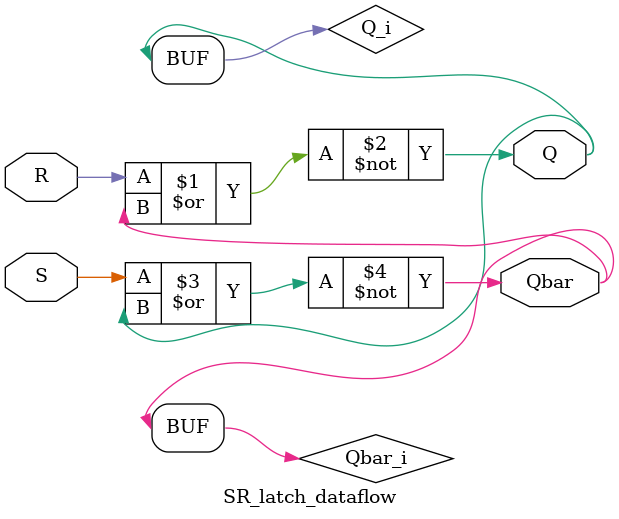
<source format=v>
`timescale 1ns / 1ps

module SR_latch_gate (input R, input S, output Q, output Qbar);
nor (Q, R, Qbar);
nor (Qbar, S, Q);
endmodule 

module SR_latch_dataflow(
    input R,
    input S,
    output Q,
    output Qbar
    );
     
    assign #2 Q_i = Q;
    assign #2 Qbar_i = Qbar; 
    assign #2 Q = ~ (R | Qbar);
    assign #2 Qbar = ~ (S | Q);

endmodule

</source>
